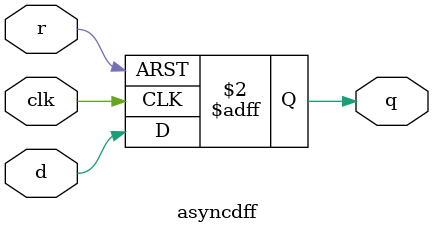
<source format=v>
`timescale 1ns / 1ps


module asyncdff(
input d,
input r,
input clk,
output reg q
    );
always@(posedge clk,posedge r)
begin
if(r)
q<=0;
else
q<=d;
end
endmodule

</source>
